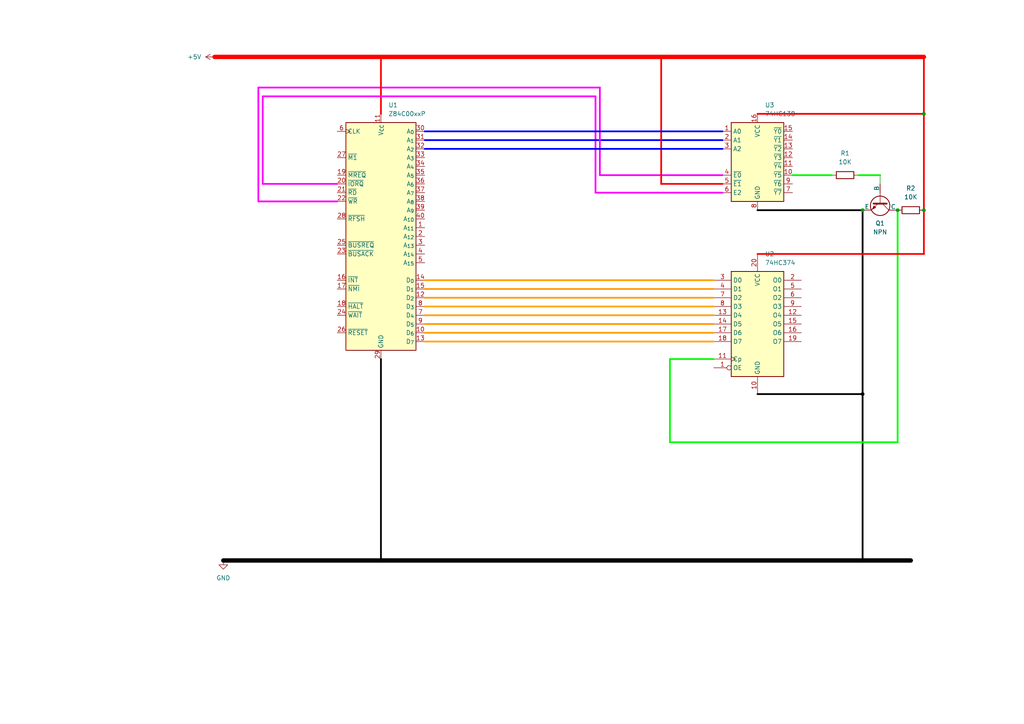
<source format=kicad_sch>
(kicad_sch (version 20250114) (generator "eeschema") (generator_version "9.0")
  (paper "A4")
  (lib_symbols
    (symbol "74xx:74HC138"
      (property "Reference" "U" (at -7.62 13.97 0))
      (property "Value" "74HC138" (at 2.54 -11.43 0))
      (symbol "74HC138_0_1"
        (rectangle (start -7.62 12.7) (end 7.62 -10.16) (stroke (width 0.254)) (fill (type background)))
      )
      (symbol "74HC138_1_1"
        (pin input line (at -10.16 10.16 0) (length 2.54) (name "A0") (number "1"))
        (pin input line (at -10.16 7.62 0) (length 2.54) (name "A1") (number "2"))
        (pin input line (at -10.16 5.08 0) (length 2.54) (name "A2") (number "3"))
        (pin input line (at -10.16 -2.54 0) (length 2.54) (name "~{E0}") (number "4"))
        (pin input line (at -10.16 -5.08 0) (length 2.54) (name "~{E1}") (number "5"))
        (pin input line (at -10.16 -7.62 0) (length 2.54) (name "E2") (number "6"))
        (pin power_in line (at 0 15.24 270) (length 2.54) (name "VCC") (number "16"))
        (pin power_in line (at 0 -12.7 90) (length 2.54) (name "GND") (number "8"))
        (pin output line (at 10.16 10.16 180) (length 2.54) (name "~{Y0}") (number "15"))
        (pin output line (at 10.16 7.62 180) (length 2.54) (name "~{Y1}") (number "14"))
        (pin output line (at 10.16 5.08 180) (length 2.54) (name "~{Y2}") (number "13"))
        (pin output line (at 10.16 2.54 180) (length 2.54) (name "~{Y3}") (number "12"))
        (pin output line (at 10.16 0 180) (length 2.54) (name "~{Y4}") (number "11"))
        (pin output line (at 10.16 -2.54 180) (length 2.54) (name "~{Y5}") (number "10"))
        (pin output line (at 10.16 -5.08 180) (length 2.54) (name "~{Y6}") (number "9"))
        (pin output line (at 10.16 -7.62 180) (length 2.54) (name "~{Y7}") (number "7"))
      )
    )
    (symbol "74xx:74HC374"
      (property "Reference" "U" (at -7.62 16.51 0))
      (property "Value" "74HC374" (at -7.62 -16.51 0))
      (symbol "74HC374_1_0"
        (pin input line (at -12.7 12.7 0) (length 5.08) (name "D0") (number "3"))
        (pin input line (at -12.7 10.16 0) (length 5.08) (name "D1") (number "4"))
        (pin input line (at -12.7 7.62 0) (length 5.08) (name "D2") (number "7"))
        (pin input line (at -12.7 5.08 0) (length 5.08) (name "D3") (number "8"))
        (pin input line (at -12.7 2.54 0) (length 5.08) (name "D4") (number "13"))
        (pin input line (at -12.7 0 0) (length 5.08) (name "D5") (number "14"))
        (pin input line (at -12.7 -2.54 0) (length 5.08) (name "D6") (number "17"))
        (pin input line (at -12.7 -5.08 0) (length 5.08) (name "D7") (number "18"))
        (pin input clock (at -12.7 -10.16 0) (length 5.08) (name "Cp") (number "11"))
        (pin input inverted (at -12.7 -12.7 0) (length 5.08) (name "OE") (number "1"))
        (pin power_in line (at 0 20.32 270) (length 5.08) (name "VCC") (number "20"))
        (pin power_in line (at 0 -20.32 90) (length 5.08) (name "GND") (number "10"))
        (pin tri_state line (at 12.7 12.7 180) (length 5.08) (name "O0") (number "2"))
        (pin tri_state line (at 12.7 10.16 180) (length 5.08) (name "O1") (number "5"))
        (pin tri_state line (at 12.7 7.62 180) (length 5.08) (name "O2") (number "6"))
        (pin tri_state line (at 12.7 5.08 180) (length 5.08) (name "O3") (number "9"))
        (pin tri_state line (at 12.7 2.54 180) (length 5.08) (name "O4") (number "12"))
        (pin tri_state line (at 12.7 0 180) (length 5.08) (name "O5") (number "15"))
        (pin tri_state line (at 12.7 -2.54 180) (length 5.08) (name "O6") (number "16"))
        (pin tri_state line (at 12.7 -5.08 180) (length 5.08) (name "O7") (number "19"))
      )
      (symbol "74HC374_1_1"
        (rectangle (start -7.62 15.24) (end 7.62 -15.24) (stroke (width 0.254)) (fill (type background)))
      )
    )
    (symbol "CPU:Z84C00xxP"
      (property "Reference" "U" (at -9.652 34.798 0))
      (property "Value" "Z84C00xxP" (at 3.81 34.798 0))
      (symbol "Z84C00xxP_0_1"
        (rectangle (start -10.16 33.02) (end 10.16 -33.02) (stroke (width 0.254)) (fill (type background)))
      )
      (symbol "Z84C00xxP_1_1"
        (pin input clock (at -12.7 30.48 0) (length 2.54) (name "CLK") (number "6"))
        (pin output line (at -12.7 22.86 0) (length 2.54) (name "~{M1}") (number "27"))
        (pin tri_state line (at -12.7 17.78 0) (length 2.54) (name "~{MREQ}") (number "19"))
        (pin tri_state line (at -12.7 15.24 0) (length 2.54) (name "~{IORQ}") (number "20"))
        (pin tri_state line (at -12.7 12.7 0) (length 2.54) (name "~{RD}") (number "21"))
        (pin tri_state line (at -12.7 10.16 0) (length 2.54) (name "~{WR}") (number "22"))
        (pin output line (at -12.7 5.08 0) (length 2.54) (name "~{RFSH}") (number "28"))
        (pin input line (at -12.7 -2.54 0) (length 2.54) (name "~{BUSREQ}") (number "25"))
        (pin output line (at -12.7 -5.08 0) (length 2.54) (name "~{BUSACK}") (number "23"))
        (pin input line (at -12.7 -12.7 0) (length 2.54) (name "~{INT}") (number "16"))
        (pin input line (at -12.7 -15.24 0) (length 2.54) (name "~{NMI}") (number "17"))
        (pin output line (at -12.7 -20.32 0) (length 2.54) (name "~{HALT}") (number "18"))
        (pin input line (at -12.7 -22.86 0) (length 2.54) (name "~{WAIT}") (number "24"))
        (pin input line (at -12.7 -27.94 0) (length 2.54) (name "~{RESET}") (number "26"))
        (pin power_in line (at 0 35.56 270) (length 2.54) (name "V_{CC}") (number "11"))
        (pin power_in line (at 0 -35.56 90) (length 2.54) (name "GND") (number "29"))
        (pin tri_state line (at 12.7 30.48 180) (length 2.54) (name "A_{0}") (number "30"))
        (pin tri_state line (at 12.7 27.94 180) (length 2.54) (name "A_{1}") (number "31"))
        (pin tri_state line (at 12.7 25.4 180) (length 2.54) (name "A_{2}") (number "32"))
        (pin tri_state line (at 12.7 22.86 180) (length 2.54) (name "A_{3}") (number "33"))
        (pin tri_state line (at 12.7 20.32 180) (length 2.54) (name "A_{4}") (number "34"))
        (pin tri_state line (at 12.7 17.78 180) (length 2.54) (name "A_{5}") (number "35"))
        (pin tri_state line (at 12.7 15.24 180) (length 2.54) (name "A_{6}") (number "36"))
        (pin tri_state line (at 12.7 12.7 180) (length 2.54) (name "A_{7}") (number "37"))
        (pin tri_state line (at 12.7 10.16 180) (length 2.54) (name "A_{8}") (number "38"))
        (pin tri_state line (at 12.7 7.62 180) (length 2.54) (name "A_{9}") (number "39"))
        (pin tri_state line (at 12.7 5.08 180) (length 2.54) (name "A_{10}") (number "40"))
        (pin tri_state line (at 12.7 2.54 180) (length 2.54) (name "A_{11}") (number "1"))
        (pin tri_state line (at 12.7 0 180) (length 2.54) (name "A_{12}") (number "2"))
        (pin tri_state line (at 12.7 -2.54 180) (length 2.54) (name "A_{13}") (number "3"))
        (pin tri_state line (at 12.7 -5.08 180) (length 2.54) (name "A_{14}") (number "4"))
        (pin tri_state line (at 12.7 -7.62 180) (length 2.54) (name "A_{15}") (number "5"))
        (pin bidirectional line (at 12.7 -12.7 180) (length 2.54) (name "D_{0}") (number "14"))
        (pin bidirectional line (at 12.7 -15.24 180) (length 2.54) (name "D_{1}") (number "15"))
        (pin bidirectional line (at 12.7 -17.78 180) (length 2.54) (name "D_{2}") (number "12"))
        (pin bidirectional line (at 12.7 -20.32 180) (length 2.54) (name "D_{3}") (number "8"))
        (pin bidirectional line (at 12.7 -22.86 180) (length 2.54) (name "D_{4}") (number "7"))
        (pin bidirectional line (at 12.7 -25.4 180) (length 2.54) (name "D_{5}") (number "9"))
        (pin bidirectional line (at 12.7 -27.94 180) (length 2.54) (name "D_{6}") (number "10"))
        (pin bidirectional line (at 12.7 -30.48 180) (length 2.54) (name "D_{7}") (number "13"))
      )
    )
    (symbol "Device:R" (pin_numbers (hide yes)) (pin_names (offset 0))
      (property "Reference" "R" (at 2.032 0 90))
      (property "Value" "R" (at 0 0 90))
      (symbol "R_0_1"
        (rectangle (start -1.016 -2.54) (end 1.016 2.54) (stroke (width 0.254)))
      )
      (symbol "R_1_1"
        (pin passive line (at 0 3.81 270) (length 1.27) (name "~") (number "1"))
        (pin passive line (at 0 -3.81 90) (length 1.27) (name "~") (number "2"))
      )
    )
    (symbol "Simulation_SPICE:NPN" (pin_numbers (hide yes)) (pin_names (offset 0))
      (property "Reference" "Q" (at -2.54 7.62 0))
      (property "Value" "NPN" (at -2.54 5.08 0))
      (symbol "NPN_0_1"
        (polyline (pts (xy -2.54 0) (xy 0.635 0)) (stroke (width 0.1524)))
        (polyline (pts (xy 0.635 1.905) (xy 0.635 -1.905) (xy 0.635 -1.905)) (stroke (width 0.508)))
        (polyline (pts (xy 0.635 0.635) (xy 2.54 2.54)))
        (polyline (pts (xy 0.635 -0.635) (xy 2.54 -2.54) (xy 2.54 -2.54)))
        (circle (center 1.27 0) (radius 2.8194) (stroke (width 0.254)))
        (polyline (pts (xy 1.27 -1.778) (xy 1.778 -1.27) (xy 2.286 -2.286) (xy 1.27 -1.778) (xy 1.27 -1.778)) (fill (type outline)))
        (polyline (pts (xy 2.794 -1.27) (xy 2.794 -1.27)) (stroke (width 0.1524)))
        (polyline (pts (xy 2.794 -1.27) (xy 2.794 -1.27)) (stroke (width 0.1524)))
      )
      (symbol "NPN_1_1"
        (pin input line (at -5.08 0 0) (length 2.54) (name "B") (number "2"))
        (pin open_collector line (at 2.54 5.08 270) (length 2.54) (name "C") (number "1"))
        (pin open_emitter line (at 2.54 -5.08 90) (length 2.54) (name "E") (number "3"))
      )
    )
    (symbol "power:+5V" (power) (pin_numbers (hide yes)) (pin_names (offset 0) (hide yes))
      (property "Value" "+5V" (at 0 3.556 0))
      (symbol "+5V_0_1"
        (polyline (pts (xy -0.762 1.27) (xy 0 2.54)))
        (polyline (pts (xy 0 2.54) (xy 0.762 1.27)))
        (polyline (pts (xy 0 0) (xy 0 2.54)))
      )
      (symbol "+5V_1_1"
        (pin power_in line (at 0 0 90) (length 0) (name "~") (number "1"))
      )
    )
    (symbol "power:GND" (power) (pin_numbers (hide yes)) (pin_names (offset 0) (hide yes))
      (property "Value" "GND" (at 0 -3.81 0))
      (symbol "GND_0_1"
        (polyline (pts (xy 0 0) (xy 0 -1.27) (xy 1.27 -1.27) (xy 0 -2.54) (xy -1.27 -1.27) (xy 0 -1.27)))
      )
      (symbol "GND_1_1"
        (pin power_in line (at 0 0 270) (length 0) (name "~") (number "1"))
      )
    )
  )
  (junction (at 267.97 60.96))
  (junction (at 260.35 60.96))
  (junction (at 250.19 60.96))
  (junction (at 267.97 33.02))
  (junction (at 250.19 114.3) (color 0 0 0 1))
  (bus (pts (xy 62.23 16.51) (xy 267.97 16.51)) (stroke (width 1.27) (color 255 0 0 1)))
  (wire (pts (xy 207.01 83.82) (xy 123.19 83.82)) (stroke (width 0.508) (color 255 153 0 1)))
  (wire (pts (xy 260.35 128.27) (xy 260.35 60.96)) (stroke (width 0.508) (color 0 255 0 1)))
  (wire (pts (xy 191.77 16.51) (xy 191.77 53.34)) (stroke (width 0.508) (color 255 0 0 1)))
  (wire (pts (xy 241.3 50.8) (xy 229.87 50.8)) (stroke (width 0.508) (color 0 255 0 1)))
  (wire (pts (xy 207.01 91.44) (xy 123.19 91.44)) (stroke (width 0.508) (color 255 153 0 1)))
  (wire (pts (xy 97.79 53.34) (xy 76.2 53.34)) (stroke (width 0.508) (color 255 0 255 1)))
  (wire (pts (xy 76.2 53.34) (xy 76.2 27.94)) (stroke (width 0.508) (color 255 0 255 1)))
  (wire (pts (xy 250.19 114.3) (xy 250.19 162.56)) (stroke (width 0.508) (color 0 0 0 1)))
  (wire (pts (xy 194.31 128.27) (xy 260.35 128.27)) (stroke (width 0.508) (color 0 255 0 1)))
  (wire (pts (xy 207.01 93.98) (xy 123.19 93.98)) (stroke (width 0.508) (color 255 153 0 1)))
  (wire (pts (xy 267.97 16.51) (xy 267.97 33.02)) (stroke (width 0.508) (color 255 0 0 1)))
  (wire (pts (xy 110.49 16.51) (xy 110.49 33.02)) (stroke (width 0.508) (color 255 0 0 1)))
  (bus (pts (xy 64.77 162.56) (xy 264.16 162.56)) (stroke (width 1.27) (color 0 0 0 1)))
  (wire (pts (xy 76.2 27.94) (xy 172.72 27.94)) (stroke (width 0.508) (color 255 0 255 1)))
  (wire (pts (xy 97.79 58.42) (xy 74.93 58.42)) (stroke (width 0.508) (color 255 0 255 1)))
  (wire (pts (xy 207.01 81.28) (xy 123.19 81.28)) (stroke (width 0.508) (color 255 153 0 1)))
  (wire (pts (xy 172.72 27.94) (xy 172.72 55.88)) (stroke (width 0.508) (color 255 0 255 1)))
  (wire (pts (xy 194.31 104.14) (xy 194.31 128.27)) (stroke (width 0.508) (color 0 255 0 1)))
  (wire (pts (xy 74.93 25.4) (xy 173.99 25.4)) (stroke (width 0.508) (color 255 0 255 1)))
  (wire (pts (xy 207.01 88.9) (xy 123.19 88.9)) (stroke (width 0.508) (color 255 153 0 1)))
  (wire (pts (xy 173.99 50.8) (xy 209.55 50.8)) (stroke (width 0.508) (color 255 0 255 1)))
  (wire (pts (xy 267.97 60.96) (xy 267.97 73.66)) (stroke (width 0.508) (color 255 0 0 1)))
  (wire (pts (xy 248.92 50.8) (xy 255.27 50.8)) (stroke (width 0.508) (color 0 255 0 1)))
  (wire (pts (xy 207.01 99.06) (xy 123.19 99.06)) (stroke (width 0.508) (color 255 153 0 1)))
  (wire (pts (xy 207.01 96.52) (xy 123.19 96.52)) (stroke (width 0.508) (color 255 153 0 1)))
  (wire (pts (xy 173.99 25.4) (xy 173.99 50.8)) (stroke (width 0.508) (color 255 0 255 1)))
  (wire (pts (xy 219.71 114.3) (xy 250.19 114.3)) (stroke (width 0.508) (color 0 0 0 1)))
  (wire (pts (xy 172.72 55.88) (xy 209.55 55.88)) (stroke (width 0.508) (color 255 0 255 1)))
  (wire (pts (xy 123.19 43.18) (xy 209.55 43.18)) (stroke (width 0.508) (color 0 0 255 1)))
  (wire (pts (xy 110.49 104.14) (xy 110.49 162.56)) (stroke (width 0.508) (color 0 0 0 1)))
  (wire (pts (xy 123.19 40.64) (xy 209.55 40.64)) (stroke (width 0.508) (color 0 0 255 1)))
  (wire (pts (xy 219.71 73.66) (xy 267.97 73.66)) (stroke (width 0.508) (color 255 0 0 1)))
  (wire (pts (xy 267.97 33.02) (xy 267.97 60.96)) (stroke (width 0.508) (color 255 0 0 1)))
  (wire (pts (xy 74.93 58.42) (xy 74.93 25.4)) (stroke (width 0.508) (color 255 0 255 1)))
  (wire (pts (xy 219.71 60.96) (xy 250.19 60.96)) (stroke (width 0.508) (color 0 0 0 1)))
  (wire (pts (xy 219.71 33.02) (xy 267.97 33.02)) (stroke (width 0.508) (color 255 0 0 1)))
  (wire (pts (xy 209.55 53.34) (xy 191.77 53.34)) (stroke (width 0.508) (color 255 0 0 1)))
  (wire (pts (xy 207.01 104.14) (xy 194.31 104.14)) (stroke (width 0.508) (color 0 255 0 1)))
  (wire (pts (xy 250.19 60.96) (xy 250.19 114.3)) (stroke (width 0.508) (color 0 0 0 1)))
  (wire (pts (xy 255.27 50.8) (xy 255.27 53.34)))
  (wire (pts (xy 207.01 86.36) (xy 123.19 86.36)) (stroke (width 0.508) (color 255 153 0 1)))
  (wire (pts (xy 123.19 38.1) (xy 209.55 38.1)) (stroke (width 0.508) (color 0 0 255 1)))
  (symbol (lib_id "power:+5V") (at 62.23 16.51 90) (unit 1)
    (property "Reference" "#PWR02" (effects (hide yes)))
    (property "Value" "+5V" (at 58.42 16.5099 90) (effects (justify left)))
    (property "Description" "Power symbol creates a global label with name \"+5V\"" (effects (hide yes)))
  )
  (symbol (lib_id "74xx:74HC138") (at 219.71 48.26 0) (unit 1)
    (property "Reference" "U3" (at 221.8533 30.48 0) (effects (justify left)))
    (property "Value" "74HC138" (at 221.8533 33.02 0) (effects (justify left)))
    (property "Datasheet" "http://www.ti.com/lit/ds/symlink/cd74hc238.pdf" (effects (hide yes)))
    (property "Description" "3-to-8 line decoder/multiplexer inverting, DIP-16/SOIC-16/SSOP-16" (effects (hide yes)))
  )
  (symbol (lib_id "power:GND") (at 64.77 162.56 0) (unit 1)
    (property "Reference" "#PWR03" (effects (hide yes)))
    (property "Value" "GND" (at 64.77 167.64 0))
    (property "Description" "Power symbol creates a global label with name \"GND\" , ground" (effects (hide yes)))
  )
  (symbol (lib_id "CPU:Z84C00xxP") (at 110.49 68.58 0) (unit 1)
    (property "Reference" "U1" (at 112.6333 30.48 0) (effects (justify left)))
    (property "Value" "Z84C00xxP" (at 112.6333 33.02 0) (effects (justify left)))
    (property "Footprint" "Package_DIP:DIP-40_W15.24mm" (effects (hide yes)))
    (property "Datasheet" "https://archive.org/details/zilog-z-8400" (effects (hide yes)))
    (property "Description" "8-bit General Purpose Microprocessor, 8-bit data bus, 16-bit address bus, up to 6.17 / 8 / 10 / 20 MHz, CMOS version, DIP-40 (600 mil)" (effects (hide yes)))
  )
  (symbol (lib_id "Device:R") (at 245.11 50.8 90) (unit 1)
    (property "Reference" "R1" (at 245.11 44.45 90))
    (property "Value" "10K" (at 245.11 46.99 90))
    (property "Description" "Resistor" (effects (hide yes)))
  )
  (symbol (lib_id "74xx:74HC374") (at 219.71 93.98 0) (unit 1)
    (property "Reference" "U2" (at 221.8533 73.66 0) (effects (justify left)))
    (property "Value" "74HC374" (at 221.8533 76.2 0) (effects (justify left)))
    (property "Datasheet" "https://www.ti.com/lit/ds/symlink/cd74hct374.pdf" (effects (hide yes)))
    (property "Description" "8-bit Register, 3-state outputs" (effects (hide yes)))
  )
  (symbol (lib_id "Device:R") (at 264.16 60.96 90) (unit 1)
    (property "Reference" "R2" (at 264.16 54.61 90))
    (property "Value" "10K" (at 264.16 57.15 90))
    (property "Description" "Resistor" (effects (hide yes)))
  )
  (symbol (lib_id "Simulation_SPICE:NPN") (at 255.27 58.42 270) (unit 1)
    (property "Reference" "Q1" (at 255.27 64.77 90))
    (property "Value" "NPN" (at 255.27 67.31 90))
    (property "Datasheet" "https://ngspice.sourceforge.io/docs/ngspice-html-manual/manual.xhtml#cha_BJTs" (effects (hide yes)))
    (property "Description" "Bipolar transistor symbol for simulation only, substrate tied to the emitter" (effects (hide yes)))
    (property "Sim.Device" "NPN" (effects (hide yes)))
    (property "Sim.Type" "GUMMELPOON" (effects (hide yes)))
    (property "Sim.Pins" "1=C 2=B 3=E" (effects (hide yes)))
  )
)
</source>
